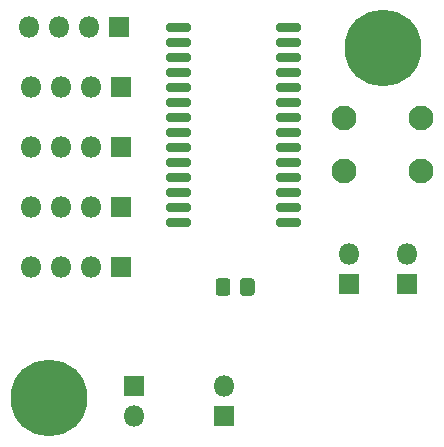
<source format=gbr>
%TF.GenerationSoftware,KiCad,Pcbnew,(5.1.6)-1*%
%TF.CreationDate,2020-09-17T21:49:40+02:00*%
%TF.ProjectId,gpioexpander5,6770696f-6578-4706-916e-646572352e6b,rev?*%
%TF.SameCoordinates,Original*%
%TF.FileFunction,Soldermask,Top*%
%TF.FilePolarity,Negative*%
%FSLAX46Y46*%
G04 Gerber Fmt 4.6, Leading zero omitted, Abs format (unit mm)*
G04 Created by KiCad (PCBNEW (5.1.6)-1) date 2020-09-17 21:49:40*
%MOMM*%
%LPD*%
G01*
G04 APERTURE LIST*
%ADD10C,2.100000*%
%ADD11O,1.800000X1.800000*%
%ADD12R,1.800000X1.800000*%
%ADD13C,6.500000*%
G04 APERTURE END LIST*
D10*
%TO.C,SW1*%
X136375000Y-63627000D03*
X136375000Y-59127000D03*
X142875000Y-63627000D03*
X142875000Y-59127000D03*
%TD*%
%TO.C,U1*%
G36*
G01*
X130575000Y-51610000D02*
X130575000Y-51260000D01*
G75*
G02*
X130750000Y-51085000I175000J0D01*
G01*
X132550000Y-51085000D01*
G75*
G02*
X132725000Y-51260000I0J-175000D01*
G01*
X132725000Y-51610000D01*
G75*
G02*
X132550000Y-51785000I-175000J0D01*
G01*
X130750000Y-51785000D01*
G75*
G02*
X130575000Y-51610000I0J175000D01*
G01*
G37*
G36*
G01*
X130575000Y-52880000D02*
X130575000Y-52530000D01*
G75*
G02*
X130750000Y-52355000I175000J0D01*
G01*
X132550000Y-52355000D01*
G75*
G02*
X132725000Y-52530000I0J-175000D01*
G01*
X132725000Y-52880000D01*
G75*
G02*
X132550000Y-53055000I-175000J0D01*
G01*
X130750000Y-53055000D01*
G75*
G02*
X130575000Y-52880000I0J175000D01*
G01*
G37*
G36*
G01*
X130575000Y-54150000D02*
X130575000Y-53800000D01*
G75*
G02*
X130750000Y-53625000I175000J0D01*
G01*
X132550000Y-53625000D01*
G75*
G02*
X132725000Y-53800000I0J-175000D01*
G01*
X132725000Y-54150000D01*
G75*
G02*
X132550000Y-54325000I-175000J0D01*
G01*
X130750000Y-54325000D01*
G75*
G02*
X130575000Y-54150000I0J175000D01*
G01*
G37*
G36*
G01*
X130575000Y-55420000D02*
X130575000Y-55070000D01*
G75*
G02*
X130750000Y-54895000I175000J0D01*
G01*
X132550000Y-54895000D01*
G75*
G02*
X132725000Y-55070000I0J-175000D01*
G01*
X132725000Y-55420000D01*
G75*
G02*
X132550000Y-55595000I-175000J0D01*
G01*
X130750000Y-55595000D01*
G75*
G02*
X130575000Y-55420000I0J175000D01*
G01*
G37*
G36*
G01*
X130575000Y-56690000D02*
X130575000Y-56340000D01*
G75*
G02*
X130750000Y-56165000I175000J0D01*
G01*
X132550000Y-56165000D01*
G75*
G02*
X132725000Y-56340000I0J-175000D01*
G01*
X132725000Y-56690000D01*
G75*
G02*
X132550000Y-56865000I-175000J0D01*
G01*
X130750000Y-56865000D01*
G75*
G02*
X130575000Y-56690000I0J175000D01*
G01*
G37*
G36*
G01*
X130575000Y-57960000D02*
X130575000Y-57610000D01*
G75*
G02*
X130750000Y-57435000I175000J0D01*
G01*
X132550000Y-57435000D01*
G75*
G02*
X132725000Y-57610000I0J-175000D01*
G01*
X132725000Y-57960000D01*
G75*
G02*
X132550000Y-58135000I-175000J0D01*
G01*
X130750000Y-58135000D01*
G75*
G02*
X130575000Y-57960000I0J175000D01*
G01*
G37*
G36*
G01*
X130575000Y-59230000D02*
X130575000Y-58880000D01*
G75*
G02*
X130750000Y-58705000I175000J0D01*
G01*
X132550000Y-58705000D01*
G75*
G02*
X132725000Y-58880000I0J-175000D01*
G01*
X132725000Y-59230000D01*
G75*
G02*
X132550000Y-59405000I-175000J0D01*
G01*
X130750000Y-59405000D01*
G75*
G02*
X130575000Y-59230000I0J175000D01*
G01*
G37*
G36*
G01*
X130575000Y-60500000D02*
X130575000Y-60150000D01*
G75*
G02*
X130750000Y-59975000I175000J0D01*
G01*
X132550000Y-59975000D01*
G75*
G02*
X132725000Y-60150000I0J-175000D01*
G01*
X132725000Y-60500000D01*
G75*
G02*
X132550000Y-60675000I-175000J0D01*
G01*
X130750000Y-60675000D01*
G75*
G02*
X130575000Y-60500000I0J175000D01*
G01*
G37*
G36*
G01*
X130575000Y-61770000D02*
X130575000Y-61420000D01*
G75*
G02*
X130750000Y-61245000I175000J0D01*
G01*
X132550000Y-61245000D01*
G75*
G02*
X132725000Y-61420000I0J-175000D01*
G01*
X132725000Y-61770000D01*
G75*
G02*
X132550000Y-61945000I-175000J0D01*
G01*
X130750000Y-61945000D01*
G75*
G02*
X130575000Y-61770000I0J175000D01*
G01*
G37*
G36*
G01*
X130575000Y-63040000D02*
X130575000Y-62690000D01*
G75*
G02*
X130750000Y-62515000I175000J0D01*
G01*
X132550000Y-62515000D01*
G75*
G02*
X132725000Y-62690000I0J-175000D01*
G01*
X132725000Y-63040000D01*
G75*
G02*
X132550000Y-63215000I-175000J0D01*
G01*
X130750000Y-63215000D01*
G75*
G02*
X130575000Y-63040000I0J175000D01*
G01*
G37*
G36*
G01*
X130575000Y-64310000D02*
X130575000Y-63960000D01*
G75*
G02*
X130750000Y-63785000I175000J0D01*
G01*
X132550000Y-63785000D01*
G75*
G02*
X132725000Y-63960000I0J-175000D01*
G01*
X132725000Y-64310000D01*
G75*
G02*
X132550000Y-64485000I-175000J0D01*
G01*
X130750000Y-64485000D01*
G75*
G02*
X130575000Y-64310000I0J175000D01*
G01*
G37*
G36*
G01*
X130575000Y-65580000D02*
X130575000Y-65230000D01*
G75*
G02*
X130750000Y-65055000I175000J0D01*
G01*
X132550000Y-65055000D01*
G75*
G02*
X132725000Y-65230000I0J-175000D01*
G01*
X132725000Y-65580000D01*
G75*
G02*
X132550000Y-65755000I-175000J0D01*
G01*
X130750000Y-65755000D01*
G75*
G02*
X130575000Y-65580000I0J175000D01*
G01*
G37*
G36*
G01*
X130575000Y-66850000D02*
X130575000Y-66500000D01*
G75*
G02*
X130750000Y-66325000I175000J0D01*
G01*
X132550000Y-66325000D01*
G75*
G02*
X132725000Y-66500000I0J-175000D01*
G01*
X132725000Y-66850000D01*
G75*
G02*
X132550000Y-67025000I-175000J0D01*
G01*
X130750000Y-67025000D01*
G75*
G02*
X130575000Y-66850000I0J175000D01*
G01*
G37*
G36*
G01*
X130575000Y-68120000D02*
X130575000Y-67770000D01*
G75*
G02*
X130750000Y-67595000I175000J0D01*
G01*
X132550000Y-67595000D01*
G75*
G02*
X132725000Y-67770000I0J-175000D01*
G01*
X132725000Y-68120000D01*
G75*
G02*
X132550000Y-68295000I-175000J0D01*
G01*
X130750000Y-68295000D01*
G75*
G02*
X130575000Y-68120000I0J175000D01*
G01*
G37*
G36*
G01*
X121275000Y-68120000D02*
X121275000Y-67770000D01*
G75*
G02*
X121450000Y-67595000I175000J0D01*
G01*
X123250000Y-67595000D01*
G75*
G02*
X123425000Y-67770000I0J-175000D01*
G01*
X123425000Y-68120000D01*
G75*
G02*
X123250000Y-68295000I-175000J0D01*
G01*
X121450000Y-68295000D01*
G75*
G02*
X121275000Y-68120000I0J175000D01*
G01*
G37*
G36*
G01*
X121275000Y-66850000D02*
X121275000Y-66500000D01*
G75*
G02*
X121450000Y-66325000I175000J0D01*
G01*
X123250000Y-66325000D01*
G75*
G02*
X123425000Y-66500000I0J-175000D01*
G01*
X123425000Y-66850000D01*
G75*
G02*
X123250000Y-67025000I-175000J0D01*
G01*
X121450000Y-67025000D01*
G75*
G02*
X121275000Y-66850000I0J175000D01*
G01*
G37*
G36*
G01*
X121275000Y-65580000D02*
X121275000Y-65230000D01*
G75*
G02*
X121450000Y-65055000I175000J0D01*
G01*
X123250000Y-65055000D01*
G75*
G02*
X123425000Y-65230000I0J-175000D01*
G01*
X123425000Y-65580000D01*
G75*
G02*
X123250000Y-65755000I-175000J0D01*
G01*
X121450000Y-65755000D01*
G75*
G02*
X121275000Y-65580000I0J175000D01*
G01*
G37*
G36*
G01*
X121275000Y-64310000D02*
X121275000Y-63960000D01*
G75*
G02*
X121450000Y-63785000I175000J0D01*
G01*
X123250000Y-63785000D01*
G75*
G02*
X123425000Y-63960000I0J-175000D01*
G01*
X123425000Y-64310000D01*
G75*
G02*
X123250000Y-64485000I-175000J0D01*
G01*
X121450000Y-64485000D01*
G75*
G02*
X121275000Y-64310000I0J175000D01*
G01*
G37*
G36*
G01*
X121275000Y-63040000D02*
X121275000Y-62690000D01*
G75*
G02*
X121450000Y-62515000I175000J0D01*
G01*
X123250000Y-62515000D01*
G75*
G02*
X123425000Y-62690000I0J-175000D01*
G01*
X123425000Y-63040000D01*
G75*
G02*
X123250000Y-63215000I-175000J0D01*
G01*
X121450000Y-63215000D01*
G75*
G02*
X121275000Y-63040000I0J175000D01*
G01*
G37*
G36*
G01*
X121275000Y-61770000D02*
X121275000Y-61420000D01*
G75*
G02*
X121450000Y-61245000I175000J0D01*
G01*
X123250000Y-61245000D01*
G75*
G02*
X123425000Y-61420000I0J-175000D01*
G01*
X123425000Y-61770000D01*
G75*
G02*
X123250000Y-61945000I-175000J0D01*
G01*
X121450000Y-61945000D01*
G75*
G02*
X121275000Y-61770000I0J175000D01*
G01*
G37*
G36*
G01*
X121275000Y-60500000D02*
X121275000Y-60150000D01*
G75*
G02*
X121450000Y-59975000I175000J0D01*
G01*
X123250000Y-59975000D01*
G75*
G02*
X123425000Y-60150000I0J-175000D01*
G01*
X123425000Y-60500000D01*
G75*
G02*
X123250000Y-60675000I-175000J0D01*
G01*
X121450000Y-60675000D01*
G75*
G02*
X121275000Y-60500000I0J175000D01*
G01*
G37*
G36*
G01*
X121275000Y-59230000D02*
X121275000Y-58880000D01*
G75*
G02*
X121450000Y-58705000I175000J0D01*
G01*
X123250000Y-58705000D01*
G75*
G02*
X123425000Y-58880000I0J-175000D01*
G01*
X123425000Y-59230000D01*
G75*
G02*
X123250000Y-59405000I-175000J0D01*
G01*
X121450000Y-59405000D01*
G75*
G02*
X121275000Y-59230000I0J175000D01*
G01*
G37*
G36*
G01*
X121275000Y-57960000D02*
X121275000Y-57610000D01*
G75*
G02*
X121450000Y-57435000I175000J0D01*
G01*
X123250000Y-57435000D01*
G75*
G02*
X123425000Y-57610000I0J-175000D01*
G01*
X123425000Y-57960000D01*
G75*
G02*
X123250000Y-58135000I-175000J0D01*
G01*
X121450000Y-58135000D01*
G75*
G02*
X121275000Y-57960000I0J175000D01*
G01*
G37*
G36*
G01*
X121275000Y-56690000D02*
X121275000Y-56340000D01*
G75*
G02*
X121450000Y-56165000I175000J0D01*
G01*
X123250000Y-56165000D01*
G75*
G02*
X123425000Y-56340000I0J-175000D01*
G01*
X123425000Y-56690000D01*
G75*
G02*
X123250000Y-56865000I-175000J0D01*
G01*
X121450000Y-56865000D01*
G75*
G02*
X121275000Y-56690000I0J175000D01*
G01*
G37*
G36*
G01*
X121275000Y-55420000D02*
X121275000Y-55070000D01*
G75*
G02*
X121450000Y-54895000I175000J0D01*
G01*
X123250000Y-54895000D01*
G75*
G02*
X123425000Y-55070000I0J-175000D01*
G01*
X123425000Y-55420000D01*
G75*
G02*
X123250000Y-55595000I-175000J0D01*
G01*
X121450000Y-55595000D01*
G75*
G02*
X121275000Y-55420000I0J175000D01*
G01*
G37*
G36*
G01*
X121275000Y-54150000D02*
X121275000Y-53800000D01*
G75*
G02*
X121450000Y-53625000I175000J0D01*
G01*
X123250000Y-53625000D01*
G75*
G02*
X123425000Y-53800000I0J-175000D01*
G01*
X123425000Y-54150000D01*
G75*
G02*
X123250000Y-54325000I-175000J0D01*
G01*
X121450000Y-54325000D01*
G75*
G02*
X121275000Y-54150000I0J175000D01*
G01*
G37*
G36*
G01*
X121275000Y-52880000D02*
X121275000Y-52530000D01*
G75*
G02*
X121450000Y-52355000I175000J0D01*
G01*
X123250000Y-52355000D01*
G75*
G02*
X123425000Y-52530000I0J-175000D01*
G01*
X123425000Y-52880000D01*
G75*
G02*
X123250000Y-53055000I-175000J0D01*
G01*
X121450000Y-53055000D01*
G75*
G02*
X121275000Y-52880000I0J175000D01*
G01*
G37*
G36*
G01*
X121275000Y-51610000D02*
X121275000Y-51260000D01*
G75*
G02*
X121450000Y-51085000I175000J0D01*
G01*
X123250000Y-51085000D01*
G75*
G02*
X123425000Y-51260000I0J-175000D01*
G01*
X123425000Y-51610000D01*
G75*
G02*
X123250000Y-51785000I-175000J0D01*
G01*
X121450000Y-51785000D01*
G75*
G02*
X121275000Y-51610000I0J175000D01*
G01*
G37*
%TD*%
%TO.C,R10*%
G36*
G01*
X126736000Y-72927738D02*
X126736000Y-73884262D01*
G75*
G02*
X126464262Y-74156000I-271738J0D01*
G01*
X125757738Y-74156000D01*
G75*
G02*
X125486000Y-73884262I0J271738D01*
G01*
X125486000Y-72927738D01*
G75*
G02*
X125757738Y-72656000I271738J0D01*
G01*
X126464262Y-72656000D01*
G75*
G02*
X126736000Y-72927738I0J-271738D01*
G01*
G37*
G36*
G01*
X128786000Y-72927738D02*
X128786000Y-73884262D01*
G75*
G02*
X128514262Y-74156000I-271738J0D01*
G01*
X127807738Y-74156000D01*
G75*
G02*
X127536000Y-73884262I0J271738D01*
G01*
X127536000Y-72927738D01*
G75*
G02*
X127807738Y-72656000I271738J0D01*
G01*
X128514262Y-72656000D01*
G75*
G02*
X128786000Y-72927738I0J-271738D01*
G01*
G37*
%TD*%
D11*
%TO.C,J9*%
X136779000Y-70612000D03*
D12*
X136779000Y-73152000D03*
%TD*%
D13*
%TO.C,H2*%
X111379000Y-82804000D03*
%TD*%
%TO.C,H1*%
X139700000Y-53213000D03*
%TD*%
D11*
%TO.C,J8*%
X141732000Y-70612000D03*
D12*
X141732000Y-73152000D03*
%TD*%
D11*
%TO.C,J7*%
X109855000Y-71755000D03*
X112395000Y-71755000D03*
X114935000Y-71755000D03*
D12*
X117475000Y-71755000D03*
%TD*%
D11*
%TO.C,J6*%
X109855000Y-66675000D03*
X112395000Y-66675000D03*
X114935000Y-66675000D03*
D12*
X117475000Y-66675000D03*
%TD*%
D11*
%TO.C,J5*%
X109855000Y-61595000D03*
X112395000Y-61595000D03*
X114935000Y-61595000D03*
D12*
X117475000Y-61595000D03*
%TD*%
D11*
%TO.C,J4*%
X109855000Y-56515000D03*
X112395000Y-56515000D03*
X114935000Y-56515000D03*
D12*
X117475000Y-56515000D03*
%TD*%
D11*
%TO.C,J3*%
X109728000Y-51435000D03*
X112268000Y-51435000D03*
X114808000Y-51435000D03*
D12*
X117348000Y-51435000D03*
%TD*%
D11*
%TO.C,J2*%
X118618000Y-84328000D03*
D12*
X118618000Y-81788000D03*
%TD*%
D11*
%TO.C,J1*%
X126238000Y-81788000D03*
D12*
X126238000Y-84328000D03*
%TD*%
M02*

</source>
